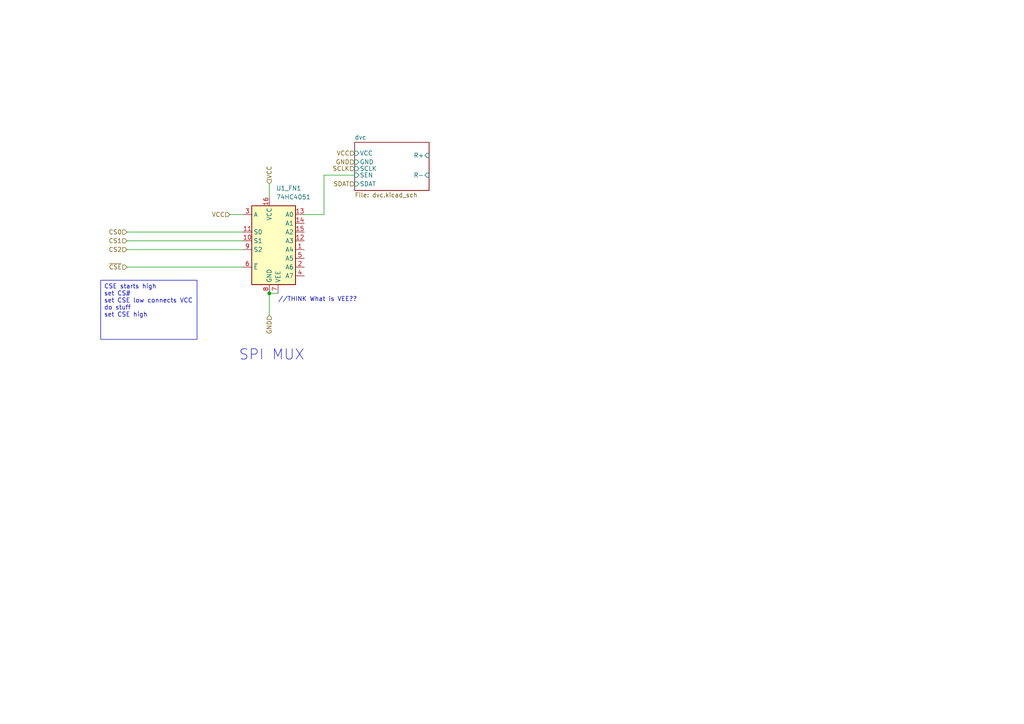
<source format=kicad_sch>
(kicad_sch (version 20230121) (generator eeschema)
  (paper "A4")
  (lib_symbols
    (symbol "74xx:74HC4051"
      (property "Reference" "U" (at -5.08 11.43 0))
      (property "Value" "74HC4051" (at -7.62 -13.97 0))
      (symbol "74HC4051_0_1"
        (rectangle (start -5.08 10.16) (end 7.62 -12.7) (stroke (width 0.254)) (fill (type background)))
      )
      (symbol "74HC4051_1_1"
        (pin passive line (at 10.16 -2.54 180) (length 2.54) (name "A4") (number "1"))
        (pin input line (at -7.62 0 0) (length 2.54) (name "S1") (number "10"))
        (pin input line (at -7.62 2.54 0) (length 2.54) (name "S0") (number "11"))
        (pin passive line (at 10.16 0 180) (length 2.54) (name "A3") (number "12"))
        (pin passive line (at 10.16 7.62 180) (length 2.54) (name "A0") (number "13"))
        (pin passive line (at 10.16 5.08 180) (length 2.54) (name "A1") (number "14"))
        (pin passive line (at 10.16 2.54 180) (length 2.54) (name "A2") (number "15"))
        (pin power_in line (at 0 12.7 270) (length 2.54) (name "VCC") (number "16"))
        (pin passive line (at 10.16 -7.62 180) (length 2.54) (name "A6") (number "2"))
        (pin passive line (at -7.62 7.62 0) (length 2.54) (name "A") (number "3"))
        (pin passive line (at 10.16 -10.16 180) (length 2.54) (name "A7") (number "4"))
        (pin passive line (at 10.16 -5.08 180) (length 2.54) (name "A5") (number "5"))
        (pin input line (at -7.62 -7.62 0) (length 2.54) (name "~{E}") (number "6"))
        (pin power_in line (at 2.54 -15.24 90) (length 2.54) (name "VEE") (number "7"))
        (pin power_in line (at 0 -15.24 90) (length 2.54) (name "GND") (number "8"))
        (pin input line (at -7.62 -2.54 0) (length 2.54) (name "S2") (number "9"))
      )
    )
  )
  (junction (at 78.105 85.09))
  (wire (pts (xy 36.83 69.85) (xy 70.485 69.85)))
  (wire (pts (xy 36.83 77.47) (xy 70.485 77.47)))
  (wire (pts (xy 36.83 72.39) (xy 70.485 72.39)))
  (wire (pts (xy 66.675 62.23) (xy 70.485 62.23)))
  (wire (pts (xy 78.105 85.09) (xy 80.645 85.09)))
  (wire (pts (xy 78.105 53.34) (xy 78.105 57.15)))
  (wire (pts (xy 36.83 67.31) (xy 70.485 67.31)))
  (wire (pts (xy 78.105 91.44) (xy 78.105 85.09)))
  (wire (pts (xy 93.98 62.23) (xy 93.98 50.8)))
  (wire (pts (xy 88.265 62.23) (xy 93.98 62.23)))
  (wire (pts (xy 93.98 50.8) (xy 102.87 50.8)))
  (text_box "CSE starts high\nset CS#\nset CSE low connects VCC\ndo stuff\nset CSE high" (at 29.21 81.28 0) (size 27.94 17.145) (effects (font (size 1.27 1.27)) (justify left top)))
  (text "SPI MUX" (at 69.215 104.775 0) (effects (font (size 3 3)) (justify left bottom)))
  (text "//THINK What is VEE??" (at 80.645 87.63 0) (effects (font (size 1.27 1.27)) (justify left bottom)))
  (hierarchical_label "GND" (shape input) (at 102.87 46.99 180))
  (hierarchical_label "CS0" (shape input) (at 36.83 67.31 180))
  (hierarchical_label "CS2" (shape input) (at 36.83 72.39 180))
  (hierarchical_label "VCC" (shape input) (at 78.105 53.34 90))
  (hierarchical_label "GND" (shape input) (at 78.105 91.44 270))
  (hierarchical_label "VCC" (shape input) (at 66.675 62.23 180))
  (hierarchical_label "SCLK" (shape input) (at 102.87 48.895 180))
  (hierarchical_label "CS1" (shape input) (at 36.83 69.85 180))
  (hierarchical_label "~{CSE}" (shape input) (at 36.83 77.47 180))
  (hierarchical_label "SDAT" (shape input) (at 102.87 53.34 180))
  (hierarchical_label "VCC" (shape input) (at 102.87 44.45 180))
  (symbol (lib_id "74xx:74HC4051") (at 78.105 69.85 0) (unit 1)
    (property "Reference" "U1_FN1" (at 80.0609 54.61 0) (effects (justify left)))
    (property "Value" "74HC4051" (at 80.0609 57.15 0) (effects (justify left)))
    (property "Footprint" "easyeda2kicad:TSSOP-16_L5.0-W4.4-P0.65-LS6.4-BL" (effects hide))
    (property "Datasheet" "http://www.ti.com/lit/ds/symlink/cd74hc4051.pdf" (effects hide))
  )
  (sheet (at 102.87 41.275) (size 21.59 13.97) (stroke (width 0.1524))
    (property "Sheetname" "dvc" (at 102.87 40.5634 0) (effects (justify left bottom)))
    (property "Sheetfile" "dvc.kicad_sch" (at 102.87 55.8296 0) (effects (justify left top)))
    (pin "VCC" input (at 102.87 44.45 180))
    (pin "GND" input (at 102.87 46.99 180))
    (pin "SCLK" input (at 102.87 48.895 180))
    (pin "SEN" input (at 102.87 50.8 180))
    (pin "R+" input (at 124.46 45.085 0))
    (pin "R-" input (at 124.46 50.8 0))
    (pin "SDAT" input (at 102.87 53.34 180))
  )
)
</source>
